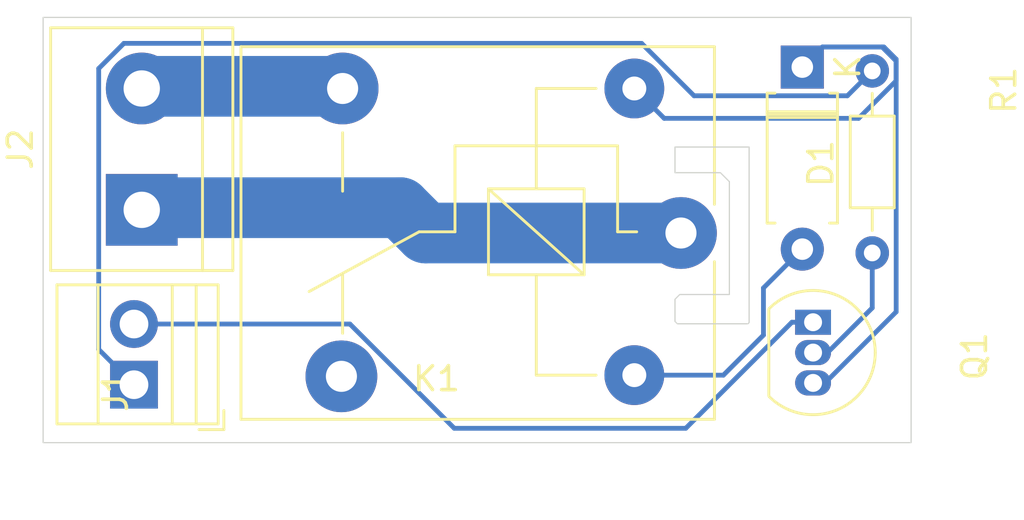
<source format=kicad_pcb>
(kicad_pcb (version 20240108) (generator "pcbnew") (generator_version "8.0")
  (layers (0 "F.Cu" signal) (31 "B.Cu" signal) (34 "B.Paste" user) (35 "F.Paste" user) (36 "B.SilkS" user "B.Silkscreen") (37 "F.SilkS" user "F.Silkscreen") (38 "B.Mask" user) (39 "F.Mask" user) (44 "Edge.Cuts" user))
  (net 0 "")
  (net 1 "Net-(D1-A)")
  (net 2 "Net-(J2-Pin_2)")
  (net 3 "Net-(D1-K)")
  (net 4 "Net-(J2-Pin_1)")
  (net 5 "Net-(Q1-B)")
  (net 6 "Net-(J1-Pin_2)")
  (net 7 "Net-(J1-Pin_1)")
  (footprint "TerminalBlock:TerminalBlock_bornier-2_P5.08mm" (layer "F.Cu") (at 62.65 55.88 90)
    (property "Reference" "J2" (at 2.54 -5.08 90) (layer "F.SilkS"))
    (property "Value" "Conn_01x02_Pin")
    (fp_line (start 7.62 -3.81) (end -2.54 -3.81) (stroke (width 0.12)) (layer "F.SilkS"))
    (fp_line (start -2.54 -3.81) (end -2.54 3.81) (stroke (width 0.12)) (layer "F.SilkS"))
    (fp_line (start 7.62 2.54) (end -2.54 2.54) (stroke (width 0.12)) (layer "F.SilkS"))
    (fp_line (start 7.62 3.81) (end 7.62 -3.81) (stroke (width 0.12)) (layer "F.SilkS"))
    (fp_line (start -2.54 3.81) (end 7.62 3.81) (stroke (width 0.12)) (layer "F.SilkS"))
    (pad "1" thru_hole rect (at 0 0 90) (size 3 3) (drill 1.52) (layers "*.Cu" "*.Mask") (net 4 "Net-(J2-Pin_1)"))
    (pad "2" thru_hole circle (at 5.08 0 90) (size 3 3) (drill 1.52) (layers "*.Cu" "*.Mask") (net 2 "Net-(J2-Pin_2)"))
  )
  (footprint "TerminalBlock:TerminalBlock_Xinya_XY308-2.54-2P_1x02_P2.54mm_Horizontal" (layer "F.Cu") (at 62.325 63.2 90)
    (property "Reference" "J1" (at -0.275 -0.775 90) (layer "F.SilkS"))
    (property "Value" "Conn_01x02_Pin")
    (fp_line (start 4.18 -3.22) (end 4.18 3.52) (stroke (width 0.12)) (layer "F.SilkS"))
    (fp_line (start -1.64 -3.22) (end 4.18 -3.22) (stroke (width 0.12)) (layer "F.SilkS"))
    (fp_line (start -1.64 -3.22) (end -1.64 3.52) (stroke (width 0.12)) (layer "F.SilkS"))
    (fp_line (start -1.64 -1.501) (end 4.18 -1.501) (stroke (width 0.12)) (layer "F.SilkS"))
    (fp_line (start -1.64 1.6) (end 4.18 1.6) (stroke (width 0.12)) (layer "F.SilkS"))
    (fp_line (start -1.64 2.6) (end 4.18 2.6) (stroke (width 0.12)) (layer "F.SilkS"))
    (fp_line (start -1.88 2.72) (end -1.88 3.76) (stroke (width 0.12)) (layer "F.SilkS"))
    (fp_line (start -1.64 3.52) (end 4.18 3.52) (stroke (width 0.12)) (layer "F.SilkS"))
    (fp_line (start -1.88 3.76) (end -1.08 3.76) (stroke (width 0.12)) (layer "F.SilkS"))
    (pad "1" thru_hole rect (at 0 0 90) (size 2 2) (drill 1.2) (layers "*.Cu" "*.Mask") (net 7 "Net-(J1-Pin_1)"))
    (pad "2" thru_hole circle (at 2.54 0 90) (size 2 2) (drill 1.2) (layers "*.Cu" "*.Mask") (net 6 "Net-(J1-Pin_2)"))
  )
  (footprint "Diode_THT:D_A-405_P7.62mm_Horizontal" (layer "F.Cu") (at 90.275 49.905 -90)
    (property "Reference" "D1" (at 4.035 -0.775 -90) (layer "F.SilkS"))
    (property "Value" "D")
    (fp_line (start 1.09 1.47) (end 6.53 1.47) (stroke (width 0.12)) (layer "F.SilkS"))
    (fp_line (start 6.53 1.47) (end 6.53 1.14) (stroke (width 0.12)) (layer "F.SilkS"))
    (fp_line (start 1.09 1.14) (end 1.09 1.47) (stroke (width 0.12)) (layer "F.SilkS"))
    (fp_line (start 1.09 -1.14) (end 1.09 -1.47) (stroke (width 0.12)) (layer "F.SilkS"))
    (fp_line (start 1.09 -1.47) (end 6.53 -1.47) (stroke (width 0.12)) (layer "F.SilkS"))
    (fp_line (start 1.87 -1.47) (end 1.87 1.47) (stroke (width 0.12)) (layer "F.SilkS"))
    (fp_line (start 1.99 -1.47) (end 1.99 1.47) (stroke (width 0.12)) (layer "F.SilkS"))
    (fp_line (start 2.11 -1.47) (end 2.11 1.47) (stroke (width 0.12)) (layer "F.SilkS"))
    (fp_line (start 6.53 -1.47) (end 6.53 -1.14) (stroke (width 0.12)) (layer "F.SilkS"))
    (fp_text user "K" (at 0 -1.9 -90) (layer "F.SilkS"))
    (pad "1" thru_hole rect (at 0 0 270) (size 1.8 1.8) (drill 0.9) (layers "*.Cu" "*.Mask") (net 3 "Net-(D1-K)"))
    (pad "2" thru_hole oval (at 7.62 0 270) (size 1.8 1.8) (drill 0.9) (layers "*.Cu" "*.Mask") (net 1 "Net-(D1-A)"))
  )
  (footprint "Relay_THT:Relay_SPDT_SANYOU_SRD_Series_Form_C" (layer "F.Cu") (at 85.2 56.85 180)
    (property "Reference" "K1" (at 10.225 -6.1 360) (layer "F.SilkS"))
    (property "Value" "SANYOU_SRD_Form_C")
    (fp_line (start 18.4 7.8) (end -1.4 7.8) (stroke (width 0.12)) (layer "F.SilkS"))
    (fp_line (start 18.4 -7.8) (end 18.4 7.8) (stroke (width 0.12)) (layer "F.SilkS"))
    (fp_line (start 14.15 4.2) (end 14.15 1.75) (stroke (width 0.12)) (layer "F.SilkS"))
    (fp_line (start 14.15 -4.2) (end 14.15 -1.7) (stroke (width 0.12)) (layer "F.SilkS"))
    (fp_line (start 10.95 0.05) (end 15.55 -2.45) (stroke (width 0.12)) (layer "F.SilkS"))
    (fp_line (start 9.45 3.65) (end 2.65 3.65) (stroke (width 0.12)) (layer "F.SilkS"))
    (fp_line (start 9.45 0.05) (end 10.95 0.05) (stroke (width 0.12)) (layer "F.SilkS"))
    (fp_line (start 9.45 0.05) (end 9.45 3.65) (stroke (width 0.12)) (layer "F.SilkS"))
    (fp_line (start 8.05 1.85) (end 4.05 1.85) (stroke (width 0.12)) (layer "F.SilkS"))
    (fp_line (start 8.05 1.85) (end 4.05 -1.75) (stroke (width 0.12)) (layer "F.SilkS"))
    (fp_line (start 8.05 -1.75) (end 8.05 1.85) (stroke (width 0.12)) (layer "F.SilkS"))
    (fp_line (start 6.05 1.85) (end 6.05 6.05) (stroke (width 0.12)) (layer "F.SilkS"))
    (fp_line (start 6.05 -5.95) (end 6.05 -1.75) (stroke (width 0.12)) (layer "F.SilkS"))
    (fp_line (start 6.05 -5.95) (end 3.55 -5.95) (stroke (width 0.12)) (layer "F.SilkS"))
    (fp_line (start 4.05 1.85) (end 4.05 -1.75) (stroke (width 0.12)) (layer "F.SilkS"))
    (fp_line (start 4.05 -1.75) (end 8.05 -1.75) (stroke (width 0.12)) (layer "F.SilkS"))
    (fp_line (start 3.55 6.05) (end 6.05 6.05) (stroke (width 0.12)) (layer "F.SilkS"))
    (fp_line (start 2.65 0.05) (end 2.65 3.65) (stroke (width 0.12)) (layer "F.SilkS"))
    (fp_line (start 2.65 0.05) (end 1.85 0.05) (stroke (width 0.12)) (layer "F.SilkS"))
    (fp_line (start -1.4 1.2) (end -1.4 7.8) (stroke (width 0.12)) (layer "F.SilkS"))
    (fp_line (start -1.4 -7.8) (end 18.4 -7.8) (stroke (width 0.12)) (layer "F.SilkS"))
    (fp_line (start -1.4 -7.8) (end -1.4 -1.2) (stroke (width 0.12)) (layer "F.SilkS"))
    (pad "1" thru_hole circle (at 0 0 270) (size 3 3) (drill 1.3) (layers "*.Cu" "*.Mask") (net 4 "Net-(J2-Pin_1)"))
    (pad "2" thru_hole circle (at 1.95 6.05 270) (size 2.5 2.5) (drill 1) (layers "*.Cu" "*.Mask") (net 3 "Net-(D1-K)"))
    (pad "3" thru_hole circle (at 14.15 6.05 270) (size 3 3) (drill 1.3) (layers "*.Cu" "*.Mask") (net 2 "Net-(J2-Pin_2)"))
    (pad "4" thru_hole circle (at 14.2 -6 270) (size 3 3) (drill 1.3) (layers "*.Cu" "*.Mask"))
    (pad "5" thru_hole circle (at 1.95 -5.95 270) (size 2.5 2.5) (drill 1) (layers "*.Cu" "*.Mask") (net 1 "Net-(D1-A)"))
  )
  (footprint "Package_TO_SOT_THT:TO-92_Inline" (layer "F.Cu") (at 90.725 60.585 -90)
    (property "Reference" "Q1" (at 1.425 -6.75 90) (layer "F.SilkS"))
    (property "Value" "2N2219")
    (fp_line (start -0.53 1.85) (end 3.07 1.85) (stroke (width 0.12)) (layer "F.SilkS"))
    (fp_arc (start -0.568478 1.838478) (mid -1.132087 -0.994977) (end 1.27 -2.6) (stroke (width 0.12)) (layer "F.SilkS"))
    (fp_arc (start 1.27 -2.6) (mid 3.672087 -0.994977) (end 3.108478 1.838478) (stroke (width 0.12)) (layer "F.SilkS"))
    (pad "1" thru_hole rect (at 0 0 270) (size 1.05 1.5) (drill 0.75) (layers "*.Cu" "*.Mask") (net 6 "Net-(J1-Pin_2)"))
    (pad "2" thru_hole oval (at 1.27 0 270) (size 1.05 1.5) (drill 0.75) (layers "*.Cu" "*.Mask") (net 5 "Net-(Q1-B)"))
    (pad "3" thru_hole oval (at 2.54 0 270) (size 1.05 1.5) (drill 0.75) (layers "*.Cu" "*.Mask") (net 3 "Net-(D1-K)"))
  )
  (footprint "Resistor_THT:R_Axial_DIN0204_L3.6mm_D1.6mm_P7.62mm_Horizontal" (layer "F.Cu") (at 93.2 57.685 90)
    (property "Reference" "R1" (at 6.81 5.5 90) (layer "F.SilkS"))
    (property "Value" "R")
    (fp_line (start 5.73 -0.92) (end 1.89 -0.92) (stroke (width 0.12)) (layer "F.SilkS"))
    (fp_line (start 1.89 -0.92) (end 1.89 0.92) (stroke (width 0.12)) (layer "F.SilkS"))
    (fp_line (start 6.68 0) (end 5.73 0) (stroke (width 0.12)) (layer "F.SilkS"))
    (fp_line (start 0.94 0) (end 1.89 0) (stroke (width 0.12)) (layer "F.SilkS"))
    (fp_line (start 5.73 0.92) (end 5.73 -0.92) (stroke (width 0.12)) (layer "F.SilkS"))
    (fp_line (start 1.89 0.92) (end 5.73 0.92) (stroke (width 0.12)) (layer "F.SilkS"))
    (pad "1" thru_hole circle (at 0 0 90) (size 1.4 1.4) (drill 0.7) (layers "*.Cu" "*.Mask") (net 5 "Net-(Q1-B)"))
    (pad "2" thru_hole oval (at 7.62 0 90) (size 1.4 1.4) (drill 0.7) (layers "*.Cu" "*.Mask") (net 7 "Net-(J1-Pin_1)"))
  )
  (gr_poly (pts (xy 84.95 53.25) (xy 88.05 53.25) (xy 88.05 60.6) (xy 88 60.65) (xy 85.05 60.65) (xy 84.95 60.55) (xy 84.95 59.625) (xy 85.15 59.425) (xy 87.225 59.425) (xy 87.225 54.7) (xy 86.85 54.325) (xy 84.95 54.325)) (stroke (width 0.05)) (fill none) (layer "Edge.Cuts"))
  (gr_rect (start 58.525 47.825) (end 94.825 65.625) (stroke (width 0.05)) (fill none) (layer "Edge.Cuts"))
  (segment (start 88.65 61.125) (end 86.975 62.8) (width 0.2) (layer "B.Cu") (net 1))
  (segment (start 90.275 57.525) (end 88.65 59.15) (width 0.2) (layer "B.Cu") (net 1))
  (segment (start 86.975 62.8) (end 83.25 62.8) (width 0.2) (layer "B.Cu") (net 1))
  (segment (start 88.65 59.15) (end 88.65 61.125) (width 0.2) (layer "B.Cu") (net 1))
  (segment (start 70.96 50.71) (end 71.05 50.8) (width 2.54) (layer "B.Cu") (net 2))
  (segment (start 62.65 50.71) (end 70.96 50.71) (width 2.54) (layer "B.Cu") (net 2))
  (segment (start 90.725 63.125) (end 91.225 63.125) (width 0.2) (layer "B.Cu") (net 3))
  (segment (start 93.69 49.065) (end 91.115 49.065) (width 0.2) (layer "B.Cu") (net 3))
  (segment (start 84.499999 52.049999) (end 83.25 50.8) (width 0.2) (layer "B.Cu") (net 3))
  (segment (start 91.225 63.125) (end 94.2 60.15) (width 0.2) (layer "B.Cu") (net 3))
  (segment (start 90.275 49.905) (end 91.115 49.065) (width 0.2) (layer "B.Cu") (net 3))
  (segment (start 94.2 49.575) (end 93.69 49.065) (width 0.2) (layer "B.Cu") (net 3))
  (segment (start 83.81 50.24) (end 83.25 50.8) (width 0.2) (layer "B.Cu") (net 3))
  (segment (start 94.2 49.650786) (end 94.2 50.479214) (width 0.2) (layer "B.Cu") (net 3))
  (segment (start 93.614214 49.065) (end 94.2 49.650786) (width 0.2) (layer "B.Cu") (net 3))
  (segment (start 94.2 60.15) (end 94.2 49.575) (width 0.2) (layer "B.Cu") (net 3))
  (segment (start 92.629215 52.049999) (end 84.499999 52.049999) (width 0.2) (layer "B.Cu") (net 3))
  (segment (start 94.2 50.479214) (end 92.629215 52.049999) (width 0.2) (layer "B.Cu") (net 3))
  (segment (start 91.115 49.065) (end 93.614214 49.065) (width 0.2) (layer "B.Cu") (net 3))
  (segment (start 73.465 55.79) (end 74.525 56.85) (width 2.54) (layer "B.Cu") (net 4))
  (segment (start 62.65 55.79) (end 73.465 55.79) (width 2.54) (layer "B.Cu") (net 4))
  (segment (start 74.525 56.85) (end 85.2 56.85) (width 2.54) (layer "B.Cu") (net 4))
  (segment (start 93.2 57.685) (end 93.2 59.985) (width 0.2) (layer "B.Cu") (net 5))
  (segment (start 93.2 59.985) (end 91.33 61.855) (width 0.2) (layer "B.Cu") (net 5))
  (segment (start 91.33 61.855) (end 90.725 61.855) (width 0.2) (layer "B.Cu") (net 5))
  (segment (start 89.84 60.585) (end 90.725 60.585) (width 0.2) (layer "B.Cu") (net 6))
  (segment (start 71.355585 60.66) (end 75.720585 65.025) (width 0.2) (layer "B.Cu") (net 6))
  (segment (start 85.4 65.025) (end 89.84 60.585) (width 0.2) (layer "B.Cu") (net 6))
  (segment (start 62.325 60.66) (end 71.355585 60.66) (width 0.2) (layer "B.Cu") (net 6))
  (segment (start 75.720585 65.025) (end 85.4 65.025) (width 0.2) (layer "B.Cu") (net 6))
  (segment (start 61.904415 48.91) (end 60.85 49.964415) (width 0.2) (layer "B.Cu") (net 7))
  (segment (start 85.747032 51.105) (end 83.552032 48.91) (width 0.2) (layer "B.Cu") (net 7))
  (segment (start 60.85 61.725) (end 62.325 63.2) (width 0.2) (layer "B.Cu") (net 7))
  (segment (start 83.552032 48.91) (end 61.904415 48.91) (width 0.2) (layer "B.Cu") (net 7))
  (segment (start 92.16 51.105) (end 85.747032 51.105) (width 0.2) (layer "B.Cu") (net 7))
  (segment (start 93.2 50.065) (end 92.16 51.105) (width 0.2) (layer "B.Cu") (net 7))
  (segment (start 60.85 49.964415) (end 60.85 61.725) (width 0.2) (layer "B.Cu") (net 7))
)
</source>
